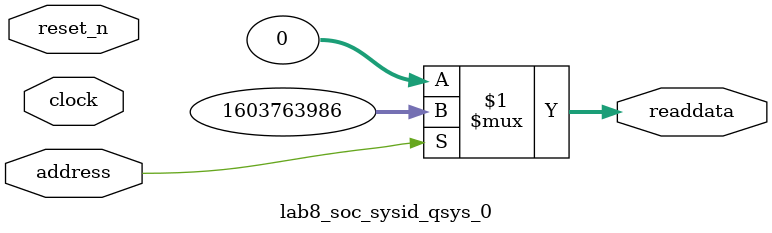
<source format=v>



// synthesis translate_off
`timescale 1ns / 1ps
// synthesis translate_on

// turn off superfluous verilog processor warnings 
// altera message_level Level1 
// altera message_off 10034 10035 10036 10037 10230 10240 10030 

module lab8_soc_sysid_qsys_0 (
               // inputs:
                address,
                clock,
                reset_n,

               // outputs:
                readdata
             )
;

  output  [ 31: 0] readdata;
  input            address;
  input            clock;
  input            reset_n;

  wire    [ 31: 0] readdata;
  //control_slave, which is an e_avalon_slave
  assign readdata = address ? 1603763986 : 0;

endmodule



</source>
